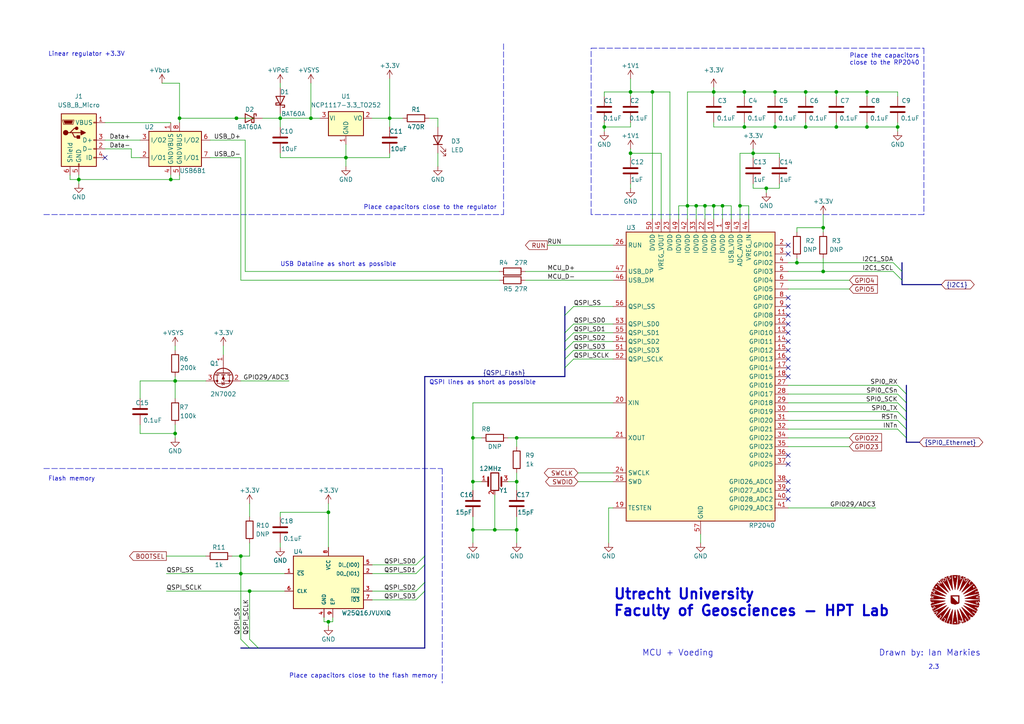
<source format=kicad_sch>
(kicad_sch (version 20211123) (generator eeschema)
  (paper "A4")
  (lib_symbols
    (symbol "+Vsys_1" (power) (in_bom no) (on_board no)
      (property "Value" "+Vsys_1" (at 0 3.81 0))
      (symbol "+Vsys_1_1_1"
        (pin power_in line (at 0 0 90) (length 0) hide (name "+VSYS") (number ""))
      )
    )
    (symbol "Connector:USB_B_Micro" (pin_names (offset 1.016))
      (property "Reference" "J" (at -5.08 11.43 0))
      (property "Value" "USB_B_Micro" (at -5.08 8.89 0))
      (symbol "USB_B_Micro_1_1"
        (pin power_out line (at 7.62 5.08 180) (length 2.54) (name "VBUS") (number "1"))
        (pin bidirectional line (at 7.62 -2.54 180) (length 2.54) (name "D-") (number "2"))
        (pin bidirectional line (at 7.62 0 180) (length 2.54) (name "D+") (number "3"))
        (pin passive line (at 7.62 -5.08 180) (length 2.54) (name "ID") (number "4"))
        (pin power_out line (at 0 -10.16 90) (length 2.54) (name "GND") (number "5"))
        (pin passive line (at -2.54 -10.16 90) (length 2.54) (name "Shield") (number "6"))
      )
    )
    (symbol "Device:C" (pin_numbers hide) (pin_names (offset 0.254))
      (property "Reference" "C" (at 0.635 2.54 0))
      (property "Value" "C" (at 0.635 -2.54 0))
      (symbol "C_1_1"
        (pin passive line (at 0 3.81 270) (length 2.794) (name "~") (number "1"))
        (pin passive line (at 0 -3.81 90) (length 2.794) (name "~") (number "2"))
      )
    )
    (symbol "Device:LED" (pin_numbers hide) (pin_names (offset 1.016) hide)
      (property "Reference" "D" (at 0 2.54 0))
      (property "Value" "LED" (at 0 -2.54 0))
      (symbol "LED_1_1"
        (pin passive line (at -3.81 0 0) (length 2.54) (name "K") (number "1"))
        (pin passive line (at 3.81 0 180) (length 2.54) (name "A") (number "2"))
      )
    )
    (symbol "Device:R" (pin_numbers hide) (pin_names (offset 0))
      (property "Reference" "R" (at 2.032 0 90))
      (property "Value" "R" (at 0 0 90))
      (symbol "R_1_1"
        (pin passive line (at 0 3.81 270) (length 1.27) (name "~") (number "1"))
        (pin passive line (at 0 -3.81 90) (length 1.27) (name "~") (number "2"))
      )
    )
    (symbol "Diode:BAT60A" (pin_numbers hide) (pin_names (offset 1.016) hide)
      (property "Reference" "D" (at 0 2.54 0))
      (property "Value" "BAT60A" (at 0 -2.54 0))
      (symbol "BAT60A_1_1"
        (pin passive line (at -3.81 0 0) (length 2.54) (name "K") (number "1"))
        (pin passive line (at 3.81 0 180) (length 2.54) (name "A") (number "2"))
      )
    )
    (symbol "HPT:+VPoE" (power) (in_bom no) (on_board no)
      (property "Value" "+VPoE" (at 0 5.08 0))
      (symbol "+VPoE_1_1"
        (pin power_in line (at 0 0 90) (length 0) hide (name "+VPoE") (number ""))
      )
    )
    (symbol "HPT:+Vbus" (power) (in_bom no) (on_board no)
      (property "Value" "+Vbus" (at 0 5.08 0))
      (symbol "+Vbus_1_1"
        (pin power_in line (at 0 0 90) (length 0) hide (name "+Vbus") (number ""))
      )
    )
    (symbol "HPT:+Vsys" (power) (in_bom no) (on_board no)
      (property "Value" "+Vsys" (at 0 3.81 0))
      (symbol "+Vsys_1_1"
        (pin power_in line (at 0 0 90) (length 0) hide (name "+VSYS") (number ""))
      )
    )
    (symbol "HPT:Crystal"
      (property "Reference" "U" (at 1.27 6.35 0))
      (property "Value" "Crystal" (at 0 -8.89 0))
      (symbol "Crystal_1_1"
        (pin passive line (at -3.81 0 0) (length 1.27) (name "") (number "1"))
        (pin passive line (at 0 -3.81 90) (length 1.27) (name "") (number "2"))
        (pin passive line (at 3.81 0 180) (length 1.27) (name "") (number "3"))
        (pin passive line (at 0 -3.81 90) (length 1.27) hide (name "") (number "4"))
      )
    )
    (symbol "HPT:LOGO" (pin_names (offset 1.016)))
    (symbol "HPT:W25Q16JVUXIQ" (pin_names (offset 1.016))
      (property "Reference" "IC" (at -10.16 8.89 0))
      (property "Value" "W25Q16JVUXIQ" (at 5.08 -8.89 0))
      (symbol "W25Q16JVUXIQ_0_0"
        (pin bidirectional line (at -12.7 2.54 0) (length 2.54) (name "~{CS}") (number "1"))
        (pin bidirectional line (at 12.7 2.54 180) (length 2.54) (name "DO_(IO1)") (number "2"))
        (pin bidirectional line (at 12.7 -2.54 180) (length 2.54) (name "~{IO2}") (number "3"))
        (pin bidirectional line (at -1.27 -10.16 90) (length 2.54) (name "GND") (number "4"))
        (pin bidirectional line (at 12.7 5.08 180) (length 2.54) (name "DI_(IO0)") (number "5"))
        (pin bidirectional line (at -12.7 -2.54 0) (length 2.54) (name "CLK") (number "6"))
        (pin bidirectional line (at 12.7 -5.08 180) (length 2.54) (name "~{IO3}") (number "7"))
        (pin bidirectional line (at 0 10.16 270) (length 2.54) (name "VCC") (number "8"))
        (pin bidirectional line (at 1.27 -10.16 90) (length 2.54) (name "EP") (number "9"))
      )
    )
    (symbol "MCU_RaspberryPi:RP2040"
      (property "Reference" "U3" (at -21.59 43.18 0))
      (property "Value" "RP2040" (at 13.97 -43.18 0))
      (symbol "RP2040_1_1"
        (pin power_in line (at 6.35 45.72 270) (length 3.81) (name "IOVDD") (number "1"))
        (pin power_in line (at 3.81 45.72 270) (length 3.81) (name "IOVDD") (number "10"))
        (pin bidirectional line (at 25.4 17.78 180) (length 3.81) (name "GPIO8") (number "11"))
        (pin bidirectional line (at 25.4 15.24 180) (length 3.81) (name "GPIO9") (number "12"))
        (pin bidirectional line (at 25.4 12.7 180) (length 3.81) (name "GPIO10") (number "13"))
        (pin bidirectional line (at 25.4 10.16 180) (length 3.81) (name "GPIO11") (number "14"))
        (pin bidirectional line (at 25.4 7.62 180) (length 3.81) (name "GPIO12") (number "15"))
        (pin bidirectional line (at 25.4 5.08 180) (length 3.81) (name "GPIO13") (number "16"))
        (pin bidirectional line (at 25.4 2.54 180) (length 3.81) (name "GPIO14") (number "17"))
        (pin bidirectional line (at 25.4 0 180) (length 3.81) (name "GPIO15") (number "18"))
        (pin input line (at -25.4 -38.1 0) (length 3.81) (name "TESTEN") (number "19"))
        (pin bidirectional line (at 25.4 38.1 180) (length 3.81) (name "GPIO0") (number "2"))
        (pin input line (at -25.4 -7.62 0) (length 3.81) (name "XIN") (number "20"))
        (pin passive line (at -25.4 -17.78 0) (length 3.81) (name "XOUT") (number "21"))
        (pin power_in line (at 1.27 45.72 270) (length 3.81) (name "IOVDD") (number "22"))
        (pin power_in line (at -8.89 45.72 270) (length 3.81) (name "DVDD") (number "23"))
        (pin output line (at -25.4 -27.94 0) (length 3.81) (name "SWCLK") (number "24"))
        (pin bidirectional line (at -25.4 -30.48 0) (length 3.81) (name "SWD") (number "25"))
        (pin input line (at -25.4 38.1 0) (length 3.81) (name "RUN") (number "26"))
        (pin bidirectional line (at 25.4 -2.54 180) (length 3.81) (name "GPIO16") (number "27"))
        (pin bidirectional line (at 25.4 -5.08 180) (length 3.81) (name "GPIO17") (number "28"))
        (pin bidirectional line (at 25.4 -7.62 180) (length 3.81) (name "GPIO18") (number "29"))
        (pin bidirectional line (at 25.4 35.56 180) (length 3.81) (name "GPIO1") (number "3"))
        (pin bidirectional line (at 25.4 -10.16 180) (length 3.81) (name "GPIO19") (number "30"))
        (pin bidirectional line (at 25.4 -12.7 180) (length 3.81) (name "GPIO20") (number "31"))
        (pin bidirectional line (at 25.4 -15.24 180) (length 3.81) (name "GPIO21") (number "32"))
        (pin power_in line (at -1.27 45.72 270) (length 3.81) (name "IOVDD") (number "33"))
        (pin bidirectional line (at 25.4 -17.78 180) (length 3.81) (name "GPIO22") (number "34"))
        (pin bidirectional line (at 25.4 -20.32 180) (length 3.81) (name "GPIO23") (number "35"))
        (pin bidirectional line (at 25.4 -22.86 180) (length 3.81) (name "GPIO24") (number "36"))
        (pin bidirectional line (at 25.4 -25.4 180) (length 3.81) (name "GPIO25") (number "37"))
        (pin bidirectional line (at 25.4 -30.48 180) (length 3.81) (name "GPIO26_ADC0") (number "38"))
        (pin bidirectional line (at 25.4 -33.02 180) (length 3.81) (name "GPIO27_ADC1") (number "39"))
        (pin bidirectional line (at 25.4 33.02 180) (length 3.81) (name "GPIO2") (number "4"))
        (pin bidirectional line (at 25.4 -35.56 180) (length 3.81) (name "GPIO28_ADC2") (number "40"))
        (pin bidirectional line (at 25.4 -38.1 180) (length 3.81) (name "GPIO29_ADC3") (number "41"))
        (pin power_in line (at -3.81 45.72 270) (length 3.81) (name "IOVDD") (number "42"))
        (pin power_in line (at 11.43 45.72 270) (length 3.81) (name "ADC_AVDD") (number "43"))
        (pin power_in line (at 13.97 45.72 270) (length 3.81) (name "VREG_IN") (number "44"))
        (pin power_out line (at -11.43 45.72 270) (length 3.81) (name "VREG_VOUT") (number "45"))
        (pin bidirectional line (at -25.4 27.94 0) (length 3.81) (name "USB_DM") (number "46"))
        (pin bidirectional line (at -25.4 30.48 0) (length 3.81) (name "USB_DP") (number "47"))
        (pin power_in line (at 8.89 45.72 270) (length 3.81) (name "USB_VDD") (number "48"))
        (pin power_in line (at -6.35 45.72 270) (length 3.81) (name "IOVDD") (number "49"))
        (pin bidirectional line (at 25.4 30.48 180) (length 3.81) (name "GPIO3") (number "5"))
        (pin power_in line (at -13.97 45.72 270) (length 3.81) (name "DVDD") (number "50"))
        (pin bidirectional line (at -25.4 7.62 0) (length 3.81) (name "QSPI_SD3") (number "51"))
        (pin output line (at -25.4 5.08 0) (length 3.81) (name "QSPI_SCLK") (number "52"))
        (pin bidirectional line (at -25.4 15.24 0) (length 3.81) (name "QSPI_SD0") (number "53"))
        (pin bidirectional line (at -25.4 10.16 0) (length 3.81) (name "QSPI_SD2") (number "54"))
        (pin bidirectional line (at -25.4 12.7 0) (length 3.81) (name "QSPI_SD1") (number "55"))
        (pin bidirectional line (at -25.4 20.32 0) (length 3.81) (name "QSPI_SS") (number "56"))
        (pin power_in line (at 0 -45.72 90) (length 3.81) (name "GND") (number "57"))
        (pin bidirectional line (at 25.4 27.94 180) (length 3.81) (name "GPIO4") (number "6"))
        (pin bidirectional line (at 25.4 25.4 180) (length 3.81) (name "GPIO5") (number "7"))
        (pin bidirectional line (at 25.4 22.86 180) (length 3.81) (name "GPIO6") (number "8"))
        (pin bidirectional line (at 25.4 20.32 180) (length 3.81) (name "GPIO7") (number "9"))
      )
    )
    (symbol "Power_Protection:USB6B1"
      (property "Reference" "U2" (at -8.89 6.35 0))
      (property "Value" "USB6B1" (at 1.27 -6.35 0))
      (symbol "USB6B1_1_1"
        (pin passive line (at -1.27 7.62 270) (length 2.54) (name "VBUS") (number "1"))
        (pin passive line (at -10.16 -2.54 0) (length 2.54) (name "I/O1") (number "2"))
        (pin passive line (at -10.16 2.54 0) (length 2.54) (name "I/O2") (number "3"))
        (pin passive line (at -1.27 -7.62 90) (length 2.54) (name "GND") (number "4"))
        (pin passive line (at 1.27 -7.62 90) (length 2.54) (name "GND") (number "5"))
        (pin passive line (at 10.16 2.54 180) (length 2.54) (name "I/O2") (number "6"))
        (pin passive line (at 10.16 -2.54 180) (length 2.54) (name "I/O1") (number "7"))
        (pin passive line (at 1.27 7.62 270) (length 2.54) (name "VBUS") (number "8"))
      )
    )
    (symbol "Regulator_Linear:NCP1117-3.3_TO252" (pin_names (offset 0.254))
      (property "Reference" "U" (at -3.81 3.175 0))
      (property "Value" "NCP1117-3.3_TO252" (at 0 3.175 0))
      (symbol "NCP1117-3.3_TO252_1_1"
        (pin power_in line (at 0 -7.62 90) (length 2.54) (name "GND") (number "1"))
        (pin power_out line (at 7.62 0 180) (length 2.54) (name "VO") (number "2"))
        (pin power_in line (at -7.62 0 0) (length 2.54) (name "VI") (number "3"))
      )
    )
    (symbol "Transistor_FET:2N7002" (pin_names hide)
      (property "Reference" "Q" (at 5.08 1.905 0))
      (property "Value" "2N7002" (at 5.08 0 0))
      (symbol "2N7002_1_1"
        (pin input line (at -5.08 0 0) (length 2.54) (name "G") (number "1"))
        (pin passive line (at 2.54 -5.08 90) (length 2.54) (name "S") (number "2"))
        (pin passive line (at 2.54 5.08 270) (length 2.54) (name "D") (number "3"))
      )
    )
    (symbol "power:+1V1" (power) (pin_names (offset 0))
      (property "Value" "+1V1" (at 0 3.556 0))
      (symbol "+1V1_1_1"
        (pin power_in line (at 0 0 90) (length 0) hide (name "+1V1") (number "1"))
      )
    )
    (symbol "power:+3.3V" (power) (pin_names (offset 0))
      (property "Value" "+3.3V" (at 0 3.556 0))
      (symbol "+3.3V_1_1"
        (pin power_in line (at 0 0 90) (length 0) hide (name "+3.3V") (number "1"))
      )
    )
    (symbol "power:GND" (power) (pin_names (offset 0))
      (property "Value" "GND" (at 0 -3.81 0))
      (symbol "GND_1_1"
        (pin power_in line (at 0 0 270) (length 0) hide (name "GND") (number "1"))
      )
    )
  )
  (bus_alias "QSPI_Flash" (members "QSPI_SS" "QSPI_SCLK" "QSPI_SD0" "QSPI_SD1" "QSPI_SD2" "QSPI_SD3"))
  (bus_alias "I2C1" (members "I2C1_SDA" "I2C1_SCL"))
  (bus_alias "SPI0_Ethernet" (members "SPI0_RX" "SPI0_TX" "SPI0_SCK" "SPI0_CSn" "RSTn" "INTn"))
  (junction (at 137.16 127))
  (junction (at 113.03 34.29))
  (junction (at 69.85 161.29))
  (junction (at 242.57 26.67))
  (junction (at 189.23 26.67))
  (junction (at 238.76 78.74))
  (junction (at 251.46 26.67))
  (junction (at 100.33 45.72))
  (junction (at 175.26 36.83))
  (junction (at 50.8 110.49))
  (junction (at 209.55 59.69))
  (junction (at 201.93 59.69))
  (junction (at 149.86 153.67))
  (junction (at 137.16 139.7))
  (junction (at 215.9 36.83))
  (junction (at 207.01 26.67))
  (junction (at 222.25 54.61))
  (junction (at 69.85 166.37))
  (junction (at 224.79 36.83))
  (junction (at 52.07 34.29))
  (junction (at 214.63 59.69))
  (junction (at 233.68 36.83))
  (junction (at 95.25 180.34))
  (junction (at 90.17 34.29))
  (junction (at 182.88 26.67))
  (junction (at 50.8 125.73))
  (junction (at 218.44 44.45))
  (junction (at 72.39 171.45))
  (junction (at 81.28 34.29))
  (junction (at 224.79 26.67))
  (junction (at 199.39 59.69))
  (junction (at 242.57 36.83))
  (junction (at 49.53 52.07))
  (junction (at 251.46 36.83))
  (junction (at 137.16 153.67))
  (junction (at 143.51 153.67))
  (junction (at 260.35 36.83))
  (junction (at 149.86 127))
  (junction (at 22.86 52.07))
  (junction (at 204.47 59.69))
  (junction (at 233.68 26.67))
  (junction (at 182.88 44.45))
  (junction (at 68.58 34.29))
  (junction (at 95.25 148.59))
  (junction (at 238.76 66.04))
  (junction (at 207.01 59.69))
  (junction (at 149.86 139.7))
  (junction (at 215.9 26.67))
  (junction (at 231.14 76.2))
  (no_connect (at 228.6 101.6))
  (no_connect (at 228.6 71.12))
  (no_connect (at 228.6 73.66))
  (no_connect (at 228.6 86.36))
  (no_connect (at 228.6 88.9))
  (no_connect (at 228.6 144.78))
  (no_connect (at 228.6 142.24))
  (no_connect (at 228.6 134.62))
  (no_connect (at 228.6 139.7))
  (no_connect (at 228.6 91.44))
  (no_connect (at 228.6 93.98))
  (no_connect (at 228.6 96.52))
  (no_connect (at 228.6 99.06))
  (no_connect (at 228.6 132.08))
  (no_connect (at 228.6 106.68))
  (no_connect (at 30.48 45.72))
  (no_connect (at 228.6 109.22))
  (no_connect (at 228.6 104.14))
  (bus_entry (at 163.83 91.44) (size 2.54 -2.54))
  (bus_entry (at 261.62 81.28) (size -2.54 -2.54))
  (bus_entry (at 262.89 124.46) (size -2.54 -2.54))
  (bus_entry (at 261.62 78.74) (size -2.54 -2.54))
  (bus_entry (at 72.39 187.96) (size -2.54 -2.54))
  (bus_entry (at 74.93 187.96) (size -2.54 -2.54))
  (bus_entry (at 120.65 163.83) (size 2.54 -2.54))
  (bus_entry (at 120.65 173.99) (size 2.54 -2.54))
  (bus_entry (at 120.65 166.37) (size 2.54 -2.54))
  (bus_entry (at 120.65 171.45) (size 2.54 -2.54))
  (bus_entry (at 262.89 121.92) (size -2.54 -2.54))
  (bus_entry (at 262.89 127) (size -2.54 -2.54))
  (bus_entry (at 262.89 114.3) (size -2.54 -2.54))
  (bus_entry (at 262.89 116.84) (size -2.54 -2.54))
  (bus_entry (at 163.83 104.14) (size 2.54 -2.54))
  (bus_entry (at 163.83 101.6) (size 2.54 -2.54))
  (bus_entry (at 163.83 99.06) (size 2.54 -2.54))
  (bus_entry (at 163.83 106.68) (size 2.54 -2.54))
  (bus_entry (at 163.83 96.52) (size 2.54 -2.54))
  (bus_entry (at 262.89 119.38) (size -2.54 -2.54))
  (polyline (pts (xy 171.45 13.97) (xy 267.97 13.97)))
  (bus (pts (xy 262.89 121.92) (xy 262.89 124.46)))
  (wire (pts (xy 137.16 139.7) (xy 139.7 139.7)))
  (polyline (pts (xy 12.7 135.89) (xy 128.27 135.89)))
  (wire (pts (xy 199.39 59.69) (xy 201.93 59.69)))
  (wire (pts (xy 189.23 26.67) (xy 189.23 63.5)))
  (wire (pts (xy 231.14 66.04) (xy 238.76 66.04)))
  (wire (pts (xy 218.44 43.18) (xy 218.44 44.45)))
  (wire (pts (xy 152.4 81.28) (xy 177.8 81.28)))
  (wire (pts (xy 251.46 35.56) (xy 251.46 36.83)))
  (wire (pts (xy 149.86 157.48) (xy 149.86 153.67)))
  (wire (pts (xy 69.85 166.37) (xy 69.85 185.42)))
  (wire (pts (xy 60.96 40.64) (xy 71.12 40.64)))
  (wire (pts (xy 20.32 50.8) (xy 20.32 52.07)))
  (wire (pts (xy 30.48 35.56) (xy 49.53 35.56)))
  (wire (pts (xy 81.28 24.13) (xy 81.28 25.4)))
  (wire (pts (xy 224.79 36.83) (xy 215.9 36.83)))
  (wire (pts (xy 251.46 26.67) (xy 251.46 27.94)))
  (wire (pts (xy 246.38 81.28) (xy 228.6 81.28)))
  (bus (pts (xy 261.62 82.55) (xy 273.05 82.55)))
  (wire (pts (xy 71.12 40.64) (xy 71.12 78.74)))
  (wire (pts (xy 107.95 163.83) (xy 120.65 163.83)))
  (bus (pts (xy 123.19 163.83) (xy 123.19 168.91)))
  (wire (pts (xy 93.98 180.34) (xy 95.25 180.34)))
  (wire (pts (xy 52.07 35.56) (xy 52.07 34.29)))
  (wire (pts (xy 242.57 36.83) (xy 233.68 36.83)))
  (bus (pts (xy 72.39 187.96) (xy 74.93 187.96)))
  (wire (pts (xy 204.47 59.69) (xy 204.47 63.5)))
  (bus (pts (xy 261.62 76.2) (xy 261.62 78.74)))
  (wire (pts (xy 113.03 22.86) (xy 113.03 34.29)))
  (wire (pts (xy 40.64 110.49) (xy 50.8 110.49)))
  (wire (pts (xy 224.79 26.67) (xy 224.79 27.94)))
  (bus (pts (xy 123.19 161.29) (xy 123.19 163.83)))
  (wire (pts (xy 69.85 161.29) (xy 69.85 166.37)))
  (bus (pts (xy 262.89 114.3) (xy 262.89 116.84)))
  (wire (pts (xy 52.07 52.07) (xy 52.07 50.8)))
  (wire (pts (xy 214.63 44.45) (xy 218.44 44.45)))
  (wire (pts (xy 166.37 96.52) (xy 177.8 96.52)))
  (wire (pts (xy 231.14 76.2) (xy 259.08 76.2)))
  (wire (pts (xy 139.7 127) (xy 137.16 127)))
  (wire (pts (xy 260.35 35.56) (xy 260.35 36.83)))
  (wire (pts (xy 69.85 166.37) (xy 82.55 166.37)))
  (wire (pts (xy 228.6 76.2) (xy 231.14 76.2)))
  (wire (pts (xy 189.23 26.67) (xy 182.88 26.67)))
  (wire (pts (xy 212.09 59.69) (xy 212.09 63.5)))
  (wire (pts (xy 81.28 36.83) (xy 81.28 34.29)))
  (wire (pts (xy 158.75 71.12) (xy 177.8 71.12)))
  (wire (pts (xy 228.6 111.76) (xy 260.35 111.76)))
  (wire (pts (xy 143.51 153.67) (xy 149.86 153.67)))
  (bus (pts (xy 261.62 78.74) (xy 261.62 81.28)))
  (wire (pts (xy 137.16 116.84) (xy 177.8 116.84)))
  (wire (pts (xy 242.57 26.67) (xy 233.68 26.67)))
  (wire (pts (xy 71.12 78.74) (xy 144.78 78.74)))
  (wire (pts (xy 52.07 24.13) (xy 52.07 34.29)))
  (bus (pts (xy 261.62 81.28) (xy 261.62 82.55)))
  (wire (pts (xy 204.47 59.69) (xy 207.01 59.69)))
  (wire (pts (xy 176.53 147.32) (xy 176.53 157.48)))
  (wire (pts (xy 68.58 34.29) (xy 73.66 34.29)))
  (wire (pts (xy 207.01 36.83) (xy 207.01 35.56)))
  (wire (pts (xy 100.33 41.91) (xy 100.33 45.72)))
  (wire (pts (xy 199.39 26.67) (xy 199.39 59.69)))
  (wire (pts (xy 40.64 110.49) (xy 40.64 115.57)))
  (bus (pts (xy 163.83 101.6) (xy 163.83 104.14)))
  (wire (pts (xy 207.01 26.67) (xy 207.01 27.94)))
  (wire (pts (xy 95.25 146.05) (xy 95.25 148.59)))
  (wire (pts (xy 214.63 44.45) (xy 214.63 59.69)))
  (wire (pts (xy 49.53 52.07) (xy 52.07 52.07)))
  (wire (pts (xy 166.37 101.6) (xy 177.8 101.6)))
  (wire (pts (xy 50.8 110.49) (xy 50.8 115.57)))
  (wire (pts (xy 182.88 43.18) (xy 182.88 44.45)))
  (wire (pts (xy 113.03 45.72) (xy 100.33 45.72)))
  (wire (pts (xy 199.39 59.69) (xy 199.39 63.5)))
  (wire (pts (xy 147.32 127) (xy 149.86 127)))
  (wire (pts (xy 226.06 54.61) (xy 226.06 53.34)))
  (wire (pts (xy 215.9 35.56) (xy 215.9 36.83)))
  (wire (pts (xy 175.26 36.83) (xy 175.26 35.56)))
  (wire (pts (xy 52.07 34.29) (xy 68.58 34.29)))
  (wire (pts (xy 81.28 45.72) (xy 81.28 44.45)))
  (wire (pts (xy 182.88 35.56) (xy 182.88 36.83)))
  (wire (pts (xy 69.85 81.28) (xy 144.78 81.28)))
  (wire (pts (xy 182.88 26.67) (xy 182.88 27.94)))
  (wire (pts (xy 231.14 66.04) (xy 231.14 67.31)))
  (wire (pts (xy 260.35 36.83) (xy 251.46 36.83)))
  (wire (pts (xy 228.6 116.84) (xy 260.35 116.84)))
  (wire (pts (xy 30.48 43.18) (xy 38.1 43.18)))
  (wire (pts (xy 238.76 74.93) (xy 238.76 78.74)))
  (wire (pts (xy 166.37 93.98) (xy 177.8 93.98)))
  (bus (pts (xy 262.89 127) (xy 262.89 128.27)))
  (wire (pts (xy 177.8 147.32) (xy 176.53 147.32)))
  (wire (pts (xy 72.39 146.05) (xy 72.39 149.86)))
  (wire (pts (xy 238.76 66.04) (xy 238.76 67.31)))
  (wire (pts (xy 137.16 116.84) (xy 137.16 127)))
  (polyline (pts (xy 146.05 12.7) (xy 146.05 62.23)))
  (wire (pts (xy 207.01 25.4) (xy 207.01 26.67)))
  (wire (pts (xy 196.85 63.5) (xy 196.85 59.69)))
  (wire (pts (xy 72.39 157.48) (xy 72.39 161.29)))
  (wire (pts (xy 95.25 181.61) (xy 95.25 180.34)))
  (wire (pts (xy 22.86 50.8) (xy 22.86 52.07)))
  (wire (pts (xy 113.03 36.83) (xy 113.03 34.29)))
  (wire (pts (xy 242.57 35.56) (xy 242.57 36.83)))
  (wire (pts (xy 107.95 173.99) (xy 120.65 173.99)))
  (wire (pts (xy 209.55 59.69) (xy 209.55 63.5)))
  (wire (pts (xy 228.6 114.3) (xy 260.35 114.3)))
  (wire (pts (xy 72.39 171.45) (xy 82.55 171.45)))
  (wire (pts (xy 50.8 125.73) (xy 50.8 127)))
  (wire (pts (xy 166.37 88.9) (xy 177.8 88.9)))
  (wire (pts (xy 194.31 26.67) (xy 189.23 26.67)))
  (wire (pts (xy 72.39 171.45) (xy 72.39 185.42)))
  (wire (pts (xy 90.17 34.29) (xy 92.71 34.29)))
  (bus (pts (xy 262.89 128.27) (xy 266.7 128.27)))
  (wire (pts (xy 107.95 34.29) (xy 113.03 34.29)))
  (bus (pts (xy 262.89 116.84) (xy 262.89 119.38)))
  (bus (pts (xy 262.89 111.76) (xy 262.89 114.3)))
  (wire (pts (xy 207.01 26.67) (xy 199.39 26.67)))
  (wire (pts (xy 38.1 43.18) (xy 38.1 45.72)))
  (wire (pts (xy 217.17 59.69) (xy 217.17 63.5)))
  (wire (pts (xy 260.35 26.67) (xy 251.46 26.67)))
  (wire (pts (xy 209.55 59.69) (xy 212.09 59.69)))
  (wire (pts (xy 95.25 148.59) (xy 95.25 158.75)))
  (bus (pts (xy 163.83 104.14) (xy 163.83 106.68)))
  (wire (pts (xy 149.86 127) (xy 177.8 127)))
  (wire (pts (xy 238.76 78.74) (xy 259.08 78.74)))
  (bus (pts (xy 123.19 171.45) (xy 123.19 187.96)))
  (wire (pts (xy 137.16 127) (xy 137.16 139.7)))
  (wire (pts (xy 152.4 78.74) (xy 177.8 78.74)))
  (bus (pts (xy 262.89 124.46) (xy 262.89 127)))
  (wire (pts (xy 52.07 24.13) (xy 46.99 24.13)))
  (wire (pts (xy 149.86 137.16) (xy 149.86 139.7)))
  (wire (pts (xy 222.25 54.61) (xy 226.06 54.61)))
  (wire (pts (xy 20.32 52.07) (xy 22.86 52.07)))
  (wire (pts (xy 226.06 45.72) (xy 226.06 44.45)))
  (wire (pts (xy 40.64 125.73) (xy 50.8 125.73)))
  (wire (pts (xy 124.46 34.29) (xy 127 34.29)))
  (wire (pts (xy 238.76 62.23) (xy 238.76 66.04)))
  (polyline (pts (xy 267.97 13.97) (xy 267.97 62.23)))
  (wire (pts (xy 166.37 104.14) (xy 177.8 104.14)))
  (bus (pts (xy 123.19 168.91) (xy 123.19 171.45)))
  (wire (pts (xy 166.37 99.06) (xy 177.8 99.06)))
  (wire (pts (xy 175.26 38.1) (xy 175.26 36.83)))
  (wire (pts (xy 81.28 149.86) (xy 81.28 148.59)))
  (wire (pts (xy 251.46 26.67) (xy 242.57 26.67)))
  (wire (pts (xy 149.86 139.7) (xy 149.86 142.24)))
  (bus (pts (xy 123.19 109.22) (xy 123.19 161.29)))
  (wire (pts (xy 48.26 161.29) (xy 59.69 161.29)))
  (wire (pts (xy 218.44 54.61) (xy 222.25 54.61)))
  (wire (pts (xy 167.64 139.7) (xy 177.8 139.7)))
  (wire (pts (xy 48.26 166.37) (xy 69.85 166.37)))
  (wire (pts (xy 147.32 139.7) (xy 149.86 139.7)))
  (wire (pts (xy 50.8 100.33) (xy 50.8 101.6)))
  (wire (pts (xy 50.8 109.22) (xy 50.8 110.49)))
  (wire (pts (xy 175.26 26.67) (xy 182.88 26.67)))
  (wire (pts (xy 218.44 53.34) (xy 218.44 54.61)))
  (wire (pts (xy 231.14 76.2) (xy 231.14 74.93)))
  (wire (pts (xy 81.28 157.48) (xy 81.28 158.75)))
  (wire (pts (xy 69.85 110.49) (xy 83.82 110.49)))
  (wire (pts (xy 228.6 124.46) (xy 260.35 124.46)))
  (wire (pts (xy 214.63 59.69) (xy 217.17 59.69)))
  (wire (pts (xy 228.6 78.74) (xy 238.76 78.74)))
  (wire (pts (xy 93.98 180.34) (xy 93.98 179.07)))
  (wire (pts (xy 201.93 59.69) (xy 204.47 59.69)))
  (wire (pts (xy 233.68 35.56) (xy 233.68 36.83)))
  (bus (pts (xy 163.83 106.68) (xy 163.83 109.22)))
  (wire (pts (xy 228.6 127) (xy 246.38 127)))
  (wire (pts (xy 107.95 171.45) (xy 120.65 171.45)))
  (wire (pts (xy 22.86 53.34) (xy 22.86 52.07)))
  (wire (pts (xy 90.17 24.13) (xy 90.17 34.29)))
  (wire (pts (xy 233.68 26.67) (xy 224.79 26.67)))
  (wire (pts (xy 228.6 119.38) (xy 260.35 119.38)))
  (bus (pts (xy 74.93 187.96) (xy 123.19 187.96)))
  (wire (pts (xy 40.64 123.19) (xy 40.64 125.73)))
  (wire (pts (xy 100.33 45.72) (xy 81.28 45.72)))
  (wire (pts (xy 30.48 40.64) (xy 40.64 40.64)))
  (wire (pts (xy 260.35 38.1) (xy 260.35 36.83)))
  (wire (pts (xy 50.8 123.19) (xy 50.8 125.73)))
  (wire (pts (xy 59.69 110.49) (xy 50.8 110.49)))
  (wire (pts (xy 76.2 34.29) (xy 81.28 34.29)))
  (bus (pts (xy 163.83 96.52) (xy 163.83 99.06)))
  (wire (pts (xy 260.35 27.94) (xy 260.35 26.67)))
  (wire (pts (xy 137.16 149.86) (xy 137.16 153.67)))
  (wire (pts (xy 96.52 180.34) (xy 96.52 179.07)))
  (wire (pts (xy 137.16 139.7) (xy 137.16 142.24)))
  (wire (pts (xy 182.88 54.61) (xy 182.88 53.34)))
  (bus (pts (xy 163.83 109.22) (xy 123.19 109.22)))
  (bus (pts (xy 69.85 187.96) (xy 72.39 187.96)))
  (wire (pts (xy 218.44 44.45) (xy 218.44 45.72)))
  (wire (pts (xy 127 34.29) (xy 127 36.83)))
  (wire (pts (xy 100.33 45.72) (xy 100.33 48.26)))
  (wire (pts (xy 113.03 44.45) (xy 113.03 45.72)))
  (wire (pts (xy 228.6 129.54) (xy 246.38 129.54)))
  (wire (pts (xy 191.77 44.45) (xy 182.88 44.45)))
  (wire (pts (xy 207.01 59.69) (xy 209.55 59.69)))
  (wire (pts (xy 215.9 26.67) (xy 207.01 26.67)))
  (wire (pts (xy 81.28 33.02) (xy 81.28 34.29)))
  (wire (pts (xy 196.85 59.69) (xy 199.39 59.69)))
  (wire (pts (xy 67.31 161.29) (xy 69.85 161.29)))
  (wire (pts (xy 48.26 171.45) (xy 72.39 171.45)))
  (wire (pts (xy 201.93 59.69) (xy 201.93 63.5)))
  (wire (pts (xy 175.26 27.94) (xy 175.26 26.67)))
  (bus (pts (xy 163.83 91.44) (xy 163.83 96.52)))
  (wire (pts (xy 233.68 26.67) (xy 233.68 27.94)))
  (wire (pts (xy 182.88 44.45) (xy 182.88 45.72)))
  (wire (pts (xy 149.86 127) (xy 149.86 129.54)))
  (wire (pts (xy 69.85 45.72) (xy 69.85 81.28)))
  (wire (pts (xy 60.96 45.72) (xy 69.85 45.72)))
  (wire (pts (xy 81.28 148.59) (xy 95.25 148.59)))
  (wire (pts (xy 224.79 35.56) (xy 224.79 36.83)))
  (wire (pts (xy 207.01 59.69) (xy 207.01 63.5)))
  (wire (pts (xy 81.28 34.29) (xy 90.17 34.29)))
  (wire (pts (xy 95.25 180.34) (xy 96.52 180.34)))
  (wire (pts (xy 228.6 83.82) (xy 246.38 83.82)))
  (wire (pts (xy 215.9 36.83) (xy 207.01 36.83)))
  (wire (pts (xy 107.95 166.37) (xy 120.65 166.37)))
  (wire (pts (xy 203.2 154.94) (xy 203.2 157.48)))
  (wire (pts (xy 64.77 102.87) (xy 64.77 100.33)))
  (wire (pts (xy 49.53 52.07) (xy 49.53 50.8)))
  (wire (pts (xy 242.57 26.67) (xy 242.57 27.94)))
  (wire (pts (xy 228.6 121.92) (xy 260.35 121.92)))
  (wire (pts (xy 38.1 45.72) (xy 40.64 45.72)))
  (wire (pts (xy 214.63 59.69) (xy 214.63 63.5)))
  (wire (pts (xy 137.16 157.48) (xy 137.16 153.67)))
  (polyline (pts (xy 267.97 62.23) (xy 171.45 62.23)))
  (wire (pts (xy 215.9 26.67) (xy 215.9 27.94)))
  (wire (pts (xy 137.16 153.67) (xy 143.51 153.67)))
  (wire (pts (xy 233.68 36.83) (xy 224.79 36.83)))
  (wire (pts (xy 149.86 149.86) (xy 149.86 153.67)))
  (wire (pts (xy 224.79 26.67) (xy 215.9 26.67)))
  (wire (pts (xy 72.39 161.29) (xy 69.85 161.29)))
  (wire (pts (xy 191.77 44.45) (xy 191.77 63.5)))
  (wire (pts (xy 251.46 36.83) (xy 242.57 36.83)))
  (wire (pts (xy 182.88 22.86) (xy 182.88 26.67)))
  (wire (pts (xy 194.31 26.67) (xy 194.31 63.5)))
  (wire (pts (xy 218.44 44.45) (xy 226.06 44.45)))
  (wire (pts (xy 22.86 52.07) (xy 49.53 52.07)))
  (wire (pts (xy 113.03 34.29) (xy 116.84 34.29)))
  (bus (pts (xy 163.83 88.9) (xy 163.83 91.44)))
  (polyline (pts (xy 12.7 62.23) (xy 146.05 62.23)))
  (polyline (pts (xy 171.45 62.23) (xy 171.45 13.97)))
  (wire (pts (xy 143.51 143.51) (xy 143.51 153.67)))
  (wire (pts (xy 228.6 147.32) (xy 254 147.32)))
  (wire (pts (xy 127 44.45) (xy 127 48.26)))
  (polyline (pts (xy 128.27 135.89) (xy 128.27 198.12)))
  (wire (pts (xy 167.64 137.16) (xy 177.8 137.16)))
  (wire (pts (xy 182.88 36.83) (xy 175.26 36.83)))
  (bus (pts (xy 163.83 99.06) (xy 163.83 101.6)))
  (bus (pts (xy 262.89 119.38) (xy 262.89 121.92)))
  (wire (pts (xy 222.25 55.88) (xy 222.25 54.61)))
  (text "Drawn by: Ian Markies" (at 284.48 190.5 180) (effects (font (size 1.75 1.75)) (justify right bottom)))
  (text "Utrecht University\nFaculty of Geosciences - HPT Lab" (at 177.8 179.07 0) (effects (font (size 3 3) (thickness 0.6) bold) (justify left bottom)))
  (text "Place capacitors close to the flash memory\n" (at 83.82 196.85 0) (effects (font (size 1.27 1.27)) (justify left bottom)))
  (text "QSPI lines as short as possible\n" (at 124.46 111.76 0) (effects (font (size 1.27 1.27)) (justify left bottom)))
  (text "2.3" (at 269.24 194.31 0) (effects (font (size 1.27 1.27)) (justify left bottom)))
  (text "Linear regulator +3.3V" (at 13.97 16.51 0) (effects (font (size 1.27 1.27)) (justify left bottom)))
  (text "MCU + Voeding" (at 207.01 190.5 180) (effects (font (size 1.75 1.75)) (justify right bottom)))
  (text "USB Dataline as short as possible" (at 81.28 77.47 0) (effects (font (size 1.27 1.27)) (justify left bottom)))
  (text "Flash memory\n" (at 13.97 139.7 0) (effects (font (size 1.27 1.27)) (justify left bottom)))
  (text "Place the capacitors\nclose to the RP2040" (at 246.38 19.05 0) (effects (font (size 1.27 1.27)) (justify left bottom)))
  (text "Place capacitors close to the regulator\n" (at 105.41 60.96 0) (effects (font (size 1.27 1.27)) (justify left bottom)))
  (label "INTn" (at 260.35 124.46 180))
  (label "QSPI_SD1" (at 120.65 166.37 180))
  (label "QSPI_SCLK" (at 48.26 171.45 0))
  (label "QSPI_SD3" (at 120.65 173.99 180))
  (label "QSPI_SD2" (at 166.37 99.06 0))
  (label "RSTn" (at 260.35 121.92 180))
  (label "SPI0_RX" (at 260.35 111.76 180))
  (label "I2C1_SDA" (at 259.08 76.2 180))
  (label "QSPI_SD2" (at 120.65 171.45 180))
  (label "RUN" (at 158.75 71.12 0))
  (label "{QSPI_Flash}" (at 152.4 109.22 180))
  (label "SPI0_CSn" (at 260.35 114.3 180))
  (label "Data+" (at 31.75 40.64 0))
  (label "QSPI_SD0" (at 120.65 163.83 180))
  (label "USB_D-" (at 69.85 45.72 180))
  (label "GPIO29{slash}ADC3" (at 83.82 110.49 180))
  (label "QSPI_SD0" (at 166.37 93.98 0))
  (label "MCU_D+" (at 158.75 78.74 0))
  (label "MCU_D-" (at 158.75 81.28 0))
  (label "QSPI_SCLK" (at 166.37 104.14 0))
  (label "USB_D+" (at 69.85 40.64 180))
  (label "QSPI_SS" (at 166.37 88.9 0))
  (label "QSPI_SD3" (at 166.37 101.6 0))
  (label "SPI0_SCK" (at 260.35 116.84 180))
  (label "Data-" (at 31.75 43.18 0))
  (label "QSPI_SS" (at 69.85 184.15 90))
  (label "SPI0_TX" (at 260.35 119.38 180))
  (label "QSPI_SS" (at 48.26 166.37 0))
  (label "QSPI_SD1" (at 166.37 96.52 0))
  (label "GPIO29{slash}ADC3" (at 254 147.32 180))
  (label "I2C1_SCL" (at 259.08 78.74 180))
  (label "QSPI_SCLK" (at 72.39 184.15 90))
  (global_label "GPIO5" (shape input) (at 246.38 83.82 0) (property "Intersheet References" "${INTERSHEET_REFS}" (effects hide)))
  (global_label "{I2C1}" (shape bidirectional) (at 273.05 82.55 0) (property "Intersheet References" "${INTERSHEET_REFS}" (effects hide)))
  (global_label "GPIO4" (shape input) (at 246.38 81.28 0) (property "Intersheet References" "${INTERSHEET_REFS}" (effects hide)))
  (global_label "RUN" (shape output) (at 158.75 71.12 180) (property "Intersheet References" "${INTERSHEET_REFS}" (effects hide)))
  (global_label "SWCLK" (shape bidirectional) (at 167.64 137.16 180) (property "Intersheet References" "${INTERSHEET_REFS}" (effects hide)))
  (global_label "SWDIO" (shape bidirectional) (at 167.64 139.7 180) (property "Intersheet References" "${INTERSHEET_REFS}" (effects hide)))
  (global_label "BOOTSEL" (shape output) (at 48.26 161.29 180) (property "Intersheet References" "${INTERSHEET_REFS}" (effects hide)))
  (global_label "GPIO22" (shape input) (at 246.38 127 0) (property "Intersheet References" "${INTERSHEET_REFS}" (effects hide)))
  (global_label "GPIO23" (shape input) (at 246.38 129.54 0) (property "Intersheet References" "${INTERSHEET_REFS}" (effects hide)))
  (global_label "{SPI0_Ethernet}" (shape bidirectional) (at 266.7 128.27 0) (property "Intersheet References" "${INTERSHEET_REFS}" (effects hide)))
  (symbol (lib_id "HPT:+Vsys") (at 90.17 24.13 0) (unit 1) (in_bom no) (on_board no)
    (property "Reference" "#U03" (effects hide))
    (property "Value" "+Vsys" (at 86.36 20.32 0) (effects (justify left)))
  )
  (symbol (lib_id "Device:R") (at 149.86 133.35 0) (mirror x) (unit 1)
    (property "Reference" "R9" (at 153.67 132.08 0))
    (property "Value" "1k" (at 153.67 134.62 0))
    (property "Footprint" "Resistor_SMD:R_0402_1005Metric" (effects hide))
  )
  (symbol (lib_id "power:+3.3V") (at 207.01 25.4 0) (unit 1)
    (property "Reference" "#PWR03" (effects hide))
    (property "Value" "+3.3V" (at 207.01 20.32 0))
  )
  (symbol (lib_id "HPT:Crystal") (at 143.51 139.7 0) (unit 1)
    (property "Reference" "Y1" (at 146.05 142.24 0))
    (property "Value" "12MHz" (at 142.24 135.89 0))
    (property "Footprint" "Crystal:Crystal_SMD_Abracon_ABM8G-4Pin_3.2x2.5mm" (effects hide))
  )
  (symbol (lib_id "Device:C") (at 81.28 153.67 0) (mirror y) (unit 1)
    (property "Reference" "C18" (at 85.09 151.13 0) (effects (justify left)))
    (property "Value" "0.1uF" (at 87.63 156.21 0) (effects (justify left)))
    (property "Footprint" "Capacitor_SMD:C_0402_1005Metric" (effects hide))
  )
  (symbol (lib_id "Device:R") (at 63.5 161.29 270) (mirror x) (unit 1)
    (property "Reference" "R11" (at 63.5 158.75 90))
    (property "Value" "1k" (at 63.5 163.83 90))
    (property "Footprint" "Resistor_SMD:R_0402_1005Metric" (effects hide))
  )
  (symbol (lib_id "power:GND") (at 50.8 127 0) (unit 1)
    (property "Reference" "#PWR016" (effects hide))
    (property "Value" "GND" (at 50.8 130.81 0))
  )
  (symbol (lib_id "power:+1V1") (at 182.88 43.18 0) (unit 1)
    (property "Reference" "#PWR06" (effects hide))
    (property "Value" "+1V1" (at 182.88 39.37 0))
  )
  (symbol (lib_id "Power_Protection:USB6B1") (at 50.8 43.18 0) (unit 1)
    (property "Reference" "U2" (at 41.91 36.83 0) (effects (justify left)))
    (property "Value" "USB6B1" (at 52.07 49.53 0) (effects (justify left)))
    (property "Footprint" "Package_SO:SOIC-8_3.9x4.9mm_P1.27mm" (effects hide))
    (property "Datasheet" "http://www.st.com/content/ccc/resource/technical/document/datasheet/3e/ec/b2/54/b2/76/47/90/CD00001361.pdf/files/CD00001361.pdf/jcr:content/translations/en.CD00001361.pdf" (effects hide))
  )
  (symbol (lib_id "Regulator_Linear:NCP1117-3.3_TO252") (at 100.33 34.29 0) (unit 1)
    (property "Reference" "U1" (at 100.33 27.94 0))
    (property "Value" "NCP1117-3.3_TO252" (at 100.33 30.48 0))
    (property "Footprint" "Package_TO_SOT_SMD:TO-252-2" (effects hide))
    (property "Datasheet" "http://www.onsemi.com/pub_link/Collateral/NCP1117-D.PDF" (effects hide))
  )
  (symbol (lib_id "power:+3.3V") (at 218.44 43.18 0) (unit 1)
    (property "Reference" "#PWR07" (effects hide))
    (property "Value" "+3.3V" (at 218.44 39.37 0))
  )
  (symbol (lib_id "Device:C") (at 215.9 31.75 0) (mirror y) (unit 1)
    (property "Reference" "C4" (at 219.71 29.21 0) (effects (justify left)))
    (property "Value" "0.1uF" (at 222.25 34.29 0) (effects (justify left)))
    (property "Footprint" "Capacitor_SMD:C_0402_1005Metric" (effects hide))
  )
  (symbol (lib_id "power:GND") (at 260.35 38.1 0) (unit 1)
    (property "Reference" "#PWR05" (effects hide))
    (property "Value" "GND" (at 260.35 41.91 0))
  )
  (symbol (lib_id "power:GND") (at 137.16 157.48 0) (mirror y) (unit 1)
    (property "Reference" "#PWR019" (effects hide))
    (property "Value" "GND" (at 137.16 161.29 0))
  )
  (symbol (lib_id "power:+3.3V") (at 72.39 146.05 0) (unit 1)
    (property "Reference" "#PWR017" (effects hide))
    (property "Value" "+3.3V" (at 72.39 142.24 0))
  )
  (symbol (lib_id "HPT:+VPoE") (at 81.28 24.13 0) (unit 1) (in_bom no) (on_board no)
    (property "Reference" "#U02" (effects hide))
    (property "Value" "+VPoE" (at 77.47 20.32 0) (effects (justify left)))
  )
  (symbol (lib_id "Device:R") (at 231.14 71.12 0) (mirror x) (unit 1)
    (property "Reference" "R2" (at 234.95 69.85 0))
    (property "Value" "DNP" (at 234.95 72.39 0))
    (property "Footprint" "Resistor_SMD:R_0402_1005Metric" (effects hide))
  )
  (symbol (lib_id "Diode:BAT60A") (at 72.39 34.29 0) (mirror y) (unit 1)
    (property "Reference" "D2" (at 72.39 31.75 0))
    (property "Value" "BAT60A" (at 72.39 36.83 0))
    (property "Footprint" "Diode_SMD:D_SOD-323" (effects hide))
    (property "Datasheet" "https://www.infineon.com/dgdl/Infineon-BAT60ASERIES-DS-v01_01-en.pdf?fileId=db3a304313d846880113def70c9304a9" (effects hide))
  )
  (symbol (lib_id "power:GND") (at 100.33 48.26 0) (unit 1)
    (property "Reference" "#PWR09" (effects hide))
    (property "Value" "GND" (at 100.33 52.07 0))
  )
  (symbol (lib_id "Device:C") (at 175.26 31.75 0) (mirror y) (unit 1)
    (property "Reference" "C1" (at 177.8 29.21 0) (effects (justify left)))
    (property "Value" "0.1uF" (at 180.34 34.29 0) (effects (justify left)))
    (property "Footprint" "Capacitor_SMD:C_0402_1005Metric" (effects hide))
  )
  (symbol (lib_id "Device:LED") (at 127 40.64 90) (unit 1)
    (property "Reference" "D3" (at 130.81 40.9574 90) (effects (justify right)))
    (property "Value" "LED" (at 130.81 43.4974 90) (effects (justify right)))
    (property "Footprint" "HPT:LED" (effects hide))
  )
  (symbol (lib_id "Device:C") (at 40.64 119.38 0) (mirror y) (unit 1)
    (property "Reference" "C15" (at 43.18 116.84 0) (effects (justify left)))
    (property "Value" "0.1uF" (at 46.99 121.92 0) (effects (justify left)))
    (property "Footprint" "Capacitor_SMD:C_0402_1005Metric" (effects hide))
  )
  (symbol (lib_id "power:GND") (at 175.26 38.1 0) (unit 1)
    (property "Reference" "#PWR04" (effects hide))
    (property "Value" "GND" (at 175.26 41.91 0))
  )
  (symbol (lib_name "+Vsys_1") (lib_id "HPT:+Vsys") (at 50.8 100.33 0) (unit 1) (in_bom no) (on_board no)
    (property "Reference" "#U04" (effects hide))
    (property "Value" "+Vsys" (at 46.99 96.52 0) (effects (justify left)))
  )
  (symbol (lib_id "power:GND") (at 203.2 157.48 0) (unit 1)
    (property "Reference" "#PWR022" (effects hide))
    (property "Value" "GND" (at 203.2 161.29 0))
  )
  (symbol (lib_id "power:GND") (at 127 48.26 0) (unit 1)
    (property "Reference" "#PWR010" (effects hide))
    (property "Value" "GND" (at 127 52.07 0))
  )
  (symbol (lib_id "Device:R") (at 120.65 34.29 270) (mirror x) (unit 1)
    (property "Reference" "R1" (at 120.65 31.75 90))
    (property "Value" "470R" (at 120.65 36.83 90))
    (property "Footprint" "Resistor_SMD:R_0402_1005Metric" (effects hide))
  )
  (symbol (lib_id "MCU_RaspberryPi:RP2040") (at 203.2 109.22 0) (unit 1)
    (property "Reference" "U3" (at 181.61 66.04 0) (effects (justify left)))
    (property "Value" "RP2040" (at 217.17 152.4 0) (effects (justify left)))
    (property "Footprint" "Package_DFN_QFN:QFN-56-1EP_7x7mm_P0.4mm_EP3.2x3.2mm" (effects hide))
    (property "Datasheet" "https://datasheets.raspberrypi.com/rp2040/rp2040-datasheet.pdf" (effects hide))
  )
  (symbol (lib_id "power:+3.3V") (at 238.76 62.23 0) (unit 1)
    (property "Reference" "#PWR08" (effects hide))
    (property "Value" "+3.3V" (at 238.76 58.42 0))
  )
  (symbol (lib_id "power:+3.3V") (at 113.03 22.86 0) (unit 1)
    (property "Reference" "#PWR01" (effects hide))
    (property "Value" "+3.3V" (at 113.03 19.05 0))
  )
  (symbol (lib_id "power:GND") (at 182.88 54.61 0) (unit 1)
    (property "Reference" "#PWR013" (effects hide))
    (property "Value" "GND" (at 182.88 58.42 0))
  )
  (symbol (lib_id "Device:C") (at 182.88 31.75 0) (mirror y) (unit 1)
    (property "Reference" "C2" (at 185.42 29.21 0) (effects (justify left)))
    (property "Value" "0.1uF" (at 187.96 34.29 0) (effects (justify left)))
    (property "Footprint" "Capacitor_SMD:C_0402_1005Metric" (effects hide))
  )
  (symbol (lib_id "power:+1V1") (at 182.88 22.86 0) (unit 1)
    (property "Reference" "#PWR02" (effects hide))
    (property "Value" "+1V1" (at 182.88 19.05 0))
  )
  (symbol (lib_id "power:+3.3V") (at 64.77 100.33 0) (unit 1)
    (property "Reference" "#PWR015" (effects hide))
    (property "Value" "+3.3V" (at 64.77 96.52 0))
  )
  (symbol (lib_id "power:+3.3V") (at 95.25 146.05 0) (unit 1)
    (property "Reference" "#PWR018" (effects hide))
    (property "Value" "+3.3V" (at 95.25 142.24 0))
  )
  (symbol (lib_id "Diode:BAT60A") (at 81.28 29.21 270) (mirror x) (unit 1)
    (property "Reference" "D1" (at 82.55 26.67 90))
    (property "Value" "BAT60A" (at 85.09 33.02 90))
    (property "Footprint" "Diode_SMD:D_SOD-323" (effects hide))
    (property "Datasheet" "https://www.infineon.com/dgdl/Infineon-BAT60ASERIES-DS-v01_01-en.pdf?fileId=db3a304313d846880113def70c9304a9" (effects hide))
  )
  (symbol (lib_id "Device:R") (at 50.8 105.41 0) (mirror x) (unit 1)
    (property "Reference" "R6" (at 53.34 104.14 0))
    (property "Value" "200k" (at 54.61 106.68 0))
    (property "Footprint" "Resistor_SMD:R_0402_1005Metric" (effects hide))
  )
  (symbol (lib_id "power:GND") (at 176.53 157.48 0) (unit 1)
    (property "Reference" "#PWR021" (effects hide))
    (property "Value" "GND" (at 176.53 161.29 0))
  )
  (symbol (lib_id "Device:C") (at 242.57 31.75 0) (mirror y) (unit 1)
    (property "Reference" "C7" (at 246.38 29.21 0) (effects (justify left)))
    (property "Value" "0.1uF" (at 248.92 34.29 0) (effects (justify left)))
    (property "Footprint" "Capacitor_SMD:C_0402_1005Metric" (effects hide))
  )
  (symbol (lib_id "Device:C") (at 218.44 49.53 0) (unit 1)
    (property "Reference" "C13" (at 218.44 46.99 0) (effects (justify left)))
    (property "Value" "1uF" (at 218.44 52.07 0) (effects (justify left)))
    (property "Footprint" "Capacitor_SMD:C_0402_1005Metric" (effects hide))
  )
  (symbol (lib_id "power:GND") (at 149.86 157.48 0) (mirror y) (unit 1)
    (property "Reference" "#PWR020" (effects hide))
    (property "Value" "GND" (at 149.86 161.29 0))
  )
  (symbol (lib_id "Device:C") (at 81.28 40.64 0) (mirror y) (unit 1)
    (property "Reference" "C10" (at 85.09 38.1 0) (effects (justify left)))
    (property "Value" "10uF" (at 86.36 43.18 0) (effects (justify left)))
    (property "Footprint" "Capacitor_SMD:C_0402_1005Metric" (effects hide))
  )
  (symbol (lib_id "Device:R") (at 143.51 127 270) (mirror x) (unit 1)
    (property "Reference" "R8" (at 140.97 124.46 90))
    (property "Value" "DNP" (at 143.51 129.54 90))
    (property "Footprint" "Resistor_SMD:R_0402_1005Metric" (effects hide))
  )
  (symbol (lib_id "Device:C") (at 251.46 31.75 0) (mirror y) (unit 1)
    (property "Reference" "C8" (at 255.27 29.21 0) (effects (justify left)))
    (property "Value" "0.1uF" (at 257.81 34.29 0) (effects (justify left)))
    (property "Footprint" "Capacitor_SMD:C_0402_1005Metric" (effects hide))
  )
  (symbol (lib_id "Device:C") (at 113.03 40.64 0) (mirror y) (unit 1)
    (property "Reference" "C11" (at 116.84 38.1 0) (effects (justify left)))
    (property "Value" "10uF" (at 118.11 43.18 0) (effects (justify left)))
    (property "Footprint" "Capacitor_SMD:C_0402_1005Metric" (effects hide))
  )
  (symbol (lib_id "Device:R") (at 72.39 153.67 0) (mirror x) (unit 1)
    (property "Reference" "R10" (at 76.2 152.4 0))
    (property "Value" "DNP" (at 76.2 154.94 0))
    (property "Footprint" "Resistor_SMD:R_0402_1005Metric" (effects hide))
  )
  (symbol (lib_id "Transistor_FET:2N7002") (at 64.77 107.95 90) (mirror x) (unit 1)
    (property "Reference" "Q1" (at 62.23 105.41 90))
    (property "Value" "2N7002" (at 64.77 114.3 90))
    (property "Footprint" "Package_TO_SOT_SMD:SOT-23" (effects hide))
    (property "Datasheet" "https://www.onsemi.com/pub/Collateral/NDS7002A-D.PDF" (effects hide))
  )
  (symbol (lib_id "Device:C") (at 207.01 31.75 0) (mirror y) (unit 1)
    (property "Reference" "C3" (at 210.82 29.21 0) (effects (justify left)))
    (property "Value" "0.1uF" (at 213.36 34.29 0) (effects (justify left)))
    (property "Footprint" "Capacitor_SMD:C_0402_1005Metric" (effects hide))
  )
  (symbol (lib_id "power:GND") (at 222.25 55.88 0) (unit 1)
    (property "Reference" "#PWR014" (effects hide))
    (property "Value" "GND" (at 222.25 59.69 0))
  )
  (symbol (lib_id "HPT:+Vbus") (at 46.99 24.13 0) (unit 1) (in_bom no) (on_board no)
    (property "Reference" "#U01" (effects hide))
    (property "Value" "+Vbus" (at 43.18 20.32 0) (effects (justify left)))
  )
  (symbol (lib_id "Device:C") (at 224.79 31.75 0) (mirror y) (unit 1)
    (property "Reference" "C5" (at 228.6 29.21 0) (effects (justify left)))
    (property "Value" "0.1uF" (at 231.14 34.29 0) (effects (justify left)))
    (property "Footprint" "Capacitor_SMD:C_0402_1005Metric" (effects hide))
  )
  (symbol (lib_id "Device:C") (at 260.35 31.75 0) (mirror y) (unit 1)
    (property "Reference" "C9" (at 264.16 29.21 0) (effects (justify left)))
    (property "Value" "0.1uF" (at 266.7 34.29 0) (effects (justify left)))
    (property "Footprint" "Capacitor_SMD:C_0402_1005Metric" (effects hide))
  )
  (symbol (lib_id "Device:C") (at 226.06 49.53 0) (unit 1)
    (property "Reference" "C14" (at 226.06 46.99 0) (effects (justify left)))
    (property "Value" "1uF" (at 226.06 52.07 0) (effects (justify left)))
    (property "Footprint" "Capacitor_SMD:C_0402_1005Metric" (effects hide))
  )
  (symbol (lib_id "Device:R") (at 148.59 81.28 270) (mirror x) (unit 1)
    (property "Reference" "R5" (at 147.32 83.82 90))
    (property "Value" "27R" (at 151.13 83.82 90))
    (property "Footprint" "Resistor_SMD:R_0402_1005Metric" (effects hide))
  )
  (symbol (lib_id "Device:C") (at 149.86 146.05 0) (mirror y) (unit 1)
    (property "Reference" "C17" (at 153.67 143.51 0) (effects (justify left)))
    (property "Value" "15pF" (at 154.94 148.59 0) (effects (justify left)))
    (property "Footprint" "Capacitor_SMD:C_0402_1005Metric" (effects hide))
  )
  (symbol (lib_id "Device:C") (at 233.68 31.75 0) (mirror y) (unit 1)
    (property "Reference" "C6" (at 237.49 29.21 0) (effects (justify left)))
    (property "Value" "0.1uF" (at 240.03 34.29 0) (effects (justify left)))
    (property "Footprint" "Capacitor_SMD:C_0402_1005Metric" (effects hide))
  )
  (symbol (lib_id "Device:R") (at 148.59 78.74 270) (mirror x) (unit 1)
    (property "Reference" "R4" (at 146.05 76.2 90))
    (property "Value" "27R" (at 151.13 76.2 90))
    (property "Footprint" "Resistor_SMD:R_0402_1005Metric" (effects hide))
  )
  (symbol (lib_id "HPT:W25Q16JVUXIQ") (at 95.25 168.91 0) (unit 1)
    (property "Reference" "U4" (at 85.09 160.02 0) (effects (justify left)))
    (property "Value" "W25Q16JVUXIQ" (at 99.06 177.8 0) (effects (justify left)))
    (property "Footprint" "SON50P300X200X60-9N" (effects hide))
    (property "MANUFACTURER_PART_NUMBER" "W25Q16JVUXIQ" (effects hide))
    (property "MANUFACTURER_NAME" "Winbond" (effects hide))
    (property "DESCRIPTION" "SPIFLASH, 3V, 16M-BIT, 4KB UNIFO" (effects hide))
    (property "HEIGHT" "0.6mm" (effects hide))
  )
  (symbol (lib_id "HPT:LOGO") (at 276.86 173.99 0) (unit 1)
    (property "Reference" "#G2" (effects hide))
    (property "Value" "LOGO" (effects hide))
  )
  (symbol (lib_id "Device:C") (at 182.88 49.53 0) (unit 1)
    (property "Reference" "C12" (at 182.88 46.99 0) (effects (justify left)))
    (property "Value" "1uF" (at 182.88 52.07 0) (effects (justify left)))
    (property "Footprint" "Capacitor_SMD:C_0402_1005Metric" (effects hide))
  )
  (symbol (lib_id "Device:R") (at 238.76 71.12 0) (mirror x) (unit 1)
    (property "Reference" "R3" (at 242.57 69.85 0))
    (property "Value" "DNP" (at 242.57 72.39 0))
    (property "Footprint" "Resistor_SMD:R_0402_1005Metric" (effects hide))
  )
  (symbol (lib_id "power:GND") (at 81.28 158.75 0) (unit 1)
    (property "Reference" "#PWR023" (effects hide))
    (property "Value" "GND" (at 81.28 162.56 0))
  )
  (symbol (lib_id "Device:R") (at 50.8 119.38 0) (mirror x) (unit 1)
    (property "Reference" "R7" (at 53.34 118.11 0))
    (property "Value" "100k" (at 54.61 120.65 0))
    (property "Footprint" "Resistor_SMD:R_0402_1005Metric" (effects hide))
  )
  (symbol (lib_id "Connector:USB_B_Micro") (at 22.86 40.64 0) (unit 1)
    (property "Reference" "J1" (at 22.86 27.94 0))
    (property "Value" "USB_B_Micro" (at 22.86 30.48 0))
    (property "Footprint" "HPT:Micro USB, Type B" (effects hide))
  )
  (symbol (lib_id "Device:C") (at 137.16 146.05 0) (mirror y) (unit 1)
    (property "Reference" "C16" (at 133.35 143.51 0) (effects (justify right)))
    (property "Value" "15pF" (at 132.08 148.59 0) (effects (justify right)))
    (property "Footprint" "Capacitor_SMD:C_0402_1005Metric" (effects hide))
  )
  (symbol (lib_id "power:GND") (at 22.86 53.34 0) (unit 1)
    (property "Reference" "#PWR012" (effects hide))
    (property "Value" "GND" (at 22.86 57.15 0))
  )
  (symbol (lib_id "power:GND") (at 95.25 181.61 0) (unit 1)
    (property "Reference" "#PWR024" (effects hide))
    (property "Value" "GND" (at 95.25 185.42 0))
  )
)
</source>
